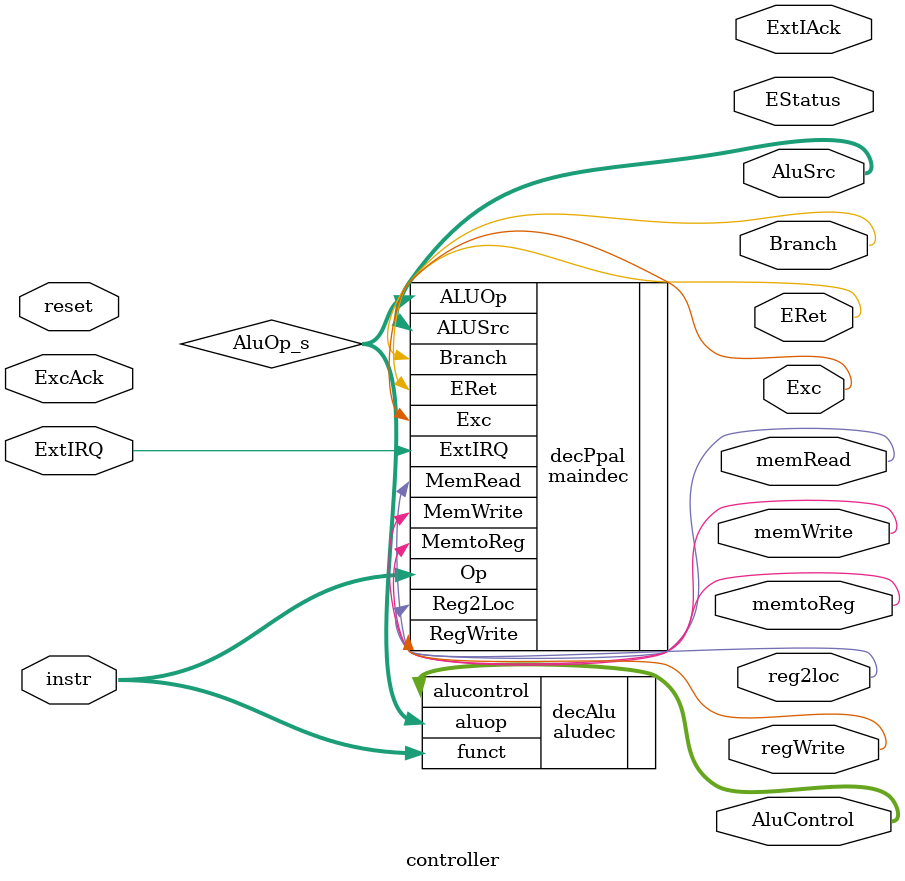
<source format=sv>

module controller(input logic [10:0] instr,
						output logic [3:0] AluControl,
						output logic [1:0]AluSrc,						
						output logic reg2loc, regWrite, Branch,
											memtoReg, memRead, memWrite,
						// Agregados en tp3:
						// - input
						input logic reset,
						input logic ExtIRQ,

						// - Hacia DP
						output logic [3:0] EStatus,
						output logic Exc, ERet,
						input logic ExcAck,

						// - Hacia afuera
						output logic ExtIAck


						);
						
	logic [1:0] AluOp_s;
											
	maindec 	decPpal 	(.Op(instr), 
							.Reg2Loc(reg2loc), 
							.ALUSrc(AluSrc), 
							.MemtoReg(memtoReg), 
							.RegWrite(regWrite), 
							.MemRead(memRead), 
							.MemWrite(memWrite), 
							.Branch(Branch), 
							.ALUOp(AluOp_s),
							.ERet(ERet),
							.Exc(Exc),
							.ExtIRQ(ExtIRQ)
							);
					
								
	aludec 	decAlu 	(.funct(instr), 
							.aluop(AluOp_s), 
							.alucontrol(AluControl));
			
endmodule

</source>
